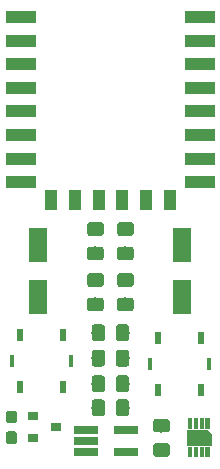
<source format=gbr>
G04 #@! TF.GenerationSoftware,KiCad,Pcbnew,(5.0.0)*
G04 #@! TF.CreationDate,2019-07-27T01:42:12+02:00*
G04 #@! TF.ProjectId,v3,76332E6B696361645F70636200000000,rev?*
G04 #@! TF.SameCoordinates,Original*
G04 #@! TF.FileFunction,Soldermask,Top*
G04 #@! TF.FilePolarity,Negative*
%FSLAX46Y46*%
G04 Gerber Fmt 4.6, Leading zero omitted, Abs format (unit mm)*
G04 Created by KiCad (PCBNEW (5.0.0)) date 07/27/19 01:42:12*
%MOMM*%
%LPD*%
G01*
G04 APERTURE LIST*
%ADD10C,0.001000*%
%ADD11C,0.100000*%
%ADD12R,1.600000X3.000000*%
%ADD13C,1.150000*%
%ADD14C,0.950000*%
%ADD15R,0.900000X0.800000*%
%ADD16R,0.600000X1.000000*%
%ADD17R,0.450000X1.000000*%
%ADD18R,2.500000X1.000000*%
%ADD19R,1.000000X1.800000*%
%ADD20R,2.000000X0.650000*%
%ADD21R,0.300000X0.800000*%
%ADD22R,1.000000X0.200000*%
G04 APERTURE END LIST*
D10*
G04 #@! TO.C,U4*
G36*
X155590000Y-86726000D02*
X155940000Y-87076000D01*
X155940000Y-88026000D01*
X153940000Y-88026000D01*
X153940000Y-86726000D01*
X155590000Y-86726000D01*
G37*
X155590000Y-86726000D02*
X155940000Y-87076000D01*
X155940000Y-88026000D01*
X153940000Y-88026000D01*
X153940000Y-86726000D01*
X155590000Y-86726000D01*
D11*
G36*
X155890000Y-85724660D02*
X155890000Y-86626000D01*
X155490448Y-86626000D01*
X155490448Y-85724660D01*
X155890000Y-85724660D01*
G37*
G36*
X155390000Y-85725330D02*
X155390000Y-86626000D01*
X154990020Y-86626000D01*
X154990020Y-85725330D01*
X155390000Y-85725330D01*
G37*
G36*
X154890000Y-85724100D02*
X154890000Y-86626000D01*
X154489481Y-86626000D01*
X154489481Y-85724100D01*
X154890000Y-85724100D01*
G37*
G36*
X154390000Y-85725490D02*
X154390000Y-86626000D01*
X153989705Y-86626000D01*
X153989705Y-85725490D01*
X154390000Y-85725490D01*
G37*
G36*
X155890000Y-88126198D02*
X155890000Y-89026000D01*
X155490145Y-89026000D01*
X155490145Y-88126198D01*
X155890000Y-88126198D01*
G37*
G36*
X155390000Y-88126849D02*
X155390000Y-89026000D01*
X154990057Y-89026000D01*
X154990057Y-88126849D01*
X155390000Y-88126849D01*
G37*
G36*
X154890000Y-88126746D02*
X154890000Y-89026000D01*
X154489552Y-89026000D01*
X154489552Y-88126746D01*
X154890000Y-88126746D01*
G37*
G36*
X154390000Y-88126826D02*
X154390000Y-89026000D01*
X153988954Y-89026000D01*
X153988954Y-88126826D01*
X154390000Y-88126826D01*
G37*
G04 #@! TD*
D12*
G04 #@! TO.C,C1*
X141351000Y-75479000D03*
X141351000Y-71079000D03*
G04 #@! TD*
G04 #@! TO.C,C4*
X153543000Y-75479000D03*
X153543000Y-71079000D03*
G04 #@! TD*
D11*
G04 #@! TO.C,C5*
G36*
X146771505Y-82105204D02*
X146795773Y-82108804D01*
X146819572Y-82114765D01*
X146842671Y-82123030D01*
X146864850Y-82133520D01*
X146885893Y-82146132D01*
X146905599Y-82160747D01*
X146923777Y-82177223D01*
X146940253Y-82195401D01*
X146954868Y-82215107D01*
X146967480Y-82236150D01*
X146977970Y-82258329D01*
X146986235Y-82281428D01*
X146992196Y-82305227D01*
X146995796Y-82329495D01*
X146997000Y-82353999D01*
X146997000Y-83254001D01*
X146995796Y-83278505D01*
X146992196Y-83302773D01*
X146986235Y-83326572D01*
X146977970Y-83349671D01*
X146967480Y-83371850D01*
X146954868Y-83392893D01*
X146940253Y-83412599D01*
X146923777Y-83430777D01*
X146905599Y-83447253D01*
X146885893Y-83461868D01*
X146864850Y-83474480D01*
X146842671Y-83484970D01*
X146819572Y-83493235D01*
X146795773Y-83499196D01*
X146771505Y-83502796D01*
X146747001Y-83504000D01*
X146096999Y-83504000D01*
X146072495Y-83502796D01*
X146048227Y-83499196D01*
X146024428Y-83493235D01*
X146001329Y-83484970D01*
X145979150Y-83474480D01*
X145958107Y-83461868D01*
X145938401Y-83447253D01*
X145920223Y-83430777D01*
X145903747Y-83412599D01*
X145889132Y-83392893D01*
X145876520Y-83371850D01*
X145866030Y-83349671D01*
X145857765Y-83326572D01*
X145851804Y-83302773D01*
X145848204Y-83278505D01*
X145847000Y-83254001D01*
X145847000Y-82353999D01*
X145848204Y-82329495D01*
X145851804Y-82305227D01*
X145857765Y-82281428D01*
X145866030Y-82258329D01*
X145876520Y-82236150D01*
X145889132Y-82215107D01*
X145903747Y-82195401D01*
X145920223Y-82177223D01*
X145938401Y-82160747D01*
X145958107Y-82146132D01*
X145979150Y-82133520D01*
X146001329Y-82123030D01*
X146024428Y-82114765D01*
X146048227Y-82108804D01*
X146072495Y-82105204D01*
X146096999Y-82104000D01*
X146747001Y-82104000D01*
X146771505Y-82105204D01*
X146771505Y-82105204D01*
G37*
D13*
X146422000Y-82804000D03*
D11*
G36*
X148821505Y-82105204D02*
X148845773Y-82108804D01*
X148869572Y-82114765D01*
X148892671Y-82123030D01*
X148914850Y-82133520D01*
X148935893Y-82146132D01*
X148955599Y-82160747D01*
X148973777Y-82177223D01*
X148990253Y-82195401D01*
X149004868Y-82215107D01*
X149017480Y-82236150D01*
X149027970Y-82258329D01*
X149036235Y-82281428D01*
X149042196Y-82305227D01*
X149045796Y-82329495D01*
X149047000Y-82353999D01*
X149047000Y-83254001D01*
X149045796Y-83278505D01*
X149042196Y-83302773D01*
X149036235Y-83326572D01*
X149027970Y-83349671D01*
X149017480Y-83371850D01*
X149004868Y-83392893D01*
X148990253Y-83412599D01*
X148973777Y-83430777D01*
X148955599Y-83447253D01*
X148935893Y-83461868D01*
X148914850Y-83474480D01*
X148892671Y-83484970D01*
X148869572Y-83493235D01*
X148845773Y-83499196D01*
X148821505Y-83502796D01*
X148797001Y-83504000D01*
X148146999Y-83504000D01*
X148122495Y-83502796D01*
X148098227Y-83499196D01*
X148074428Y-83493235D01*
X148051329Y-83484970D01*
X148029150Y-83474480D01*
X148008107Y-83461868D01*
X147988401Y-83447253D01*
X147970223Y-83430777D01*
X147953747Y-83412599D01*
X147939132Y-83392893D01*
X147926520Y-83371850D01*
X147916030Y-83349671D01*
X147907765Y-83326572D01*
X147901804Y-83302773D01*
X147898204Y-83278505D01*
X147897000Y-83254001D01*
X147897000Y-82353999D01*
X147898204Y-82329495D01*
X147901804Y-82305227D01*
X147907765Y-82281428D01*
X147916030Y-82258329D01*
X147926520Y-82236150D01*
X147939132Y-82215107D01*
X147953747Y-82195401D01*
X147970223Y-82177223D01*
X147988401Y-82160747D01*
X148008107Y-82146132D01*
X148029150Y-82133520D01*
X148051329Y-82123030D01*
X148074428Y-82114765D01*
X148098227Y-82108804D01*
X148122495Y-82105204D01*
X148146999Y-82104000D01*
X148797001Y-82104000D01*
X148821505Y-82105204D01*
X148821505Y-82105204D01*
G37*
D13*
X148472000Y-82804000D03*
G04 #@! TD*
D11*
G04 #@! TO.C,F1*
G36*
X139325779Y-85088144D02*
X139348834Y-85091563D01*
X139371443Y-85097227D01*
X139393387Y-85105079D01*
X139414457Y-85115044D01*
X139434448Y-85127026D01*
X139453168Y-85140910D01*
X139470438Y-85156562D01*
X139486090Y-85173832D01*
X139499974Y-85192552D01*
X139511956Y-85212543D01*
X139521921Y-85233613D01*
X139529773Y-85255557D01*
X139535437Y-85278166D01*
X139538856Y-85301221D01*
X139540000Y-85324500D01*
X139540000Y-85899500D01*
X139538856Y-85922779D01*
X139535437Y-85945834D01*
X139529773Y-85968443D01*
X139521921Y-85990387D01*
X139511956Y-86011457D01*
X139499974Y-86031448D01*
X139486090Y-86050168D01*
X139470438Y-86067438D01*
X139453168Y-86083090D01*
X139434448Y-86096974D01*
X139414457Y-86108956D01*
X139393387Y-86118921D01*
X139371443Y-86126773D01*
X139348834Y-86132437D01*
X139325779Y-86135856D01*
X139302500Y-86137000D01*
X138827500Y-86137000D01*
X138804221Y-86135856D01*
X138781166Y-86132437D01*
X138758557Y-86126773D01*
X138736613Y-86118921D01*
X138715543Y-86108956D01*
X138695552Y-86096974D01*
X138676832Y-86083090D01*
X138659562Y-86067438D01*
X138643910Y-86050168D01*
X138630026Y-86031448D01*
X138618044Y-86011457D01*
X138608079Y-85990387D01*
X138600227Y-85968443D01*
X138594563Y-85945834D01*
X138591144Y-85922779D01*
X138590000Y-85899500D01*
X138590000Y-85324500D01*
X138591144Y-85301221D01*
X138594563Y-85278166D01*
X138600227Y-85255557D01*
X138608079Y-85233613D01*
X138618044Y-85212543D01*
X138630026Y-85192552D01*
X138643910Y-85173832D01*
X138659562Y-85156562D01*
X138676832Y-85140910D01*
X138695552Y-85127026D01*
X138715543Y-85115044D01*
X138736613Y-85105079D01*
X138758557Y-85097227D01*
X138781166Y-85091563D01*
X138804221Y-85088144D01*
X138827500Y-85087000D01*
X139302500Y-85087000D01*
X139325779Y-85088144D01*
X139325779Y-85088144D01*
G37*
D14*
X139065000Y-85612000D03*
D11*
G36*
X139325779Y-86838144D02*
X139348834Y-86841563D01*
X139371443Y-86847227D01*
X139393387Y-86855079D01*
X139414457Y-86865044D01*
X139434448Y-86877026D01*
X139453168Y-86890910D01*
X139470438Y-86906562D01*
X139486090Y-86923832D01*
X139499974Y-86942552D01*
X139511956Y-86962543D01*
X139521921Y-86983613D01*
X139529773Y-87005557D01*
X139535437Y-87028166D01*
X139538856Y-87051221D01*
X139540000Y-87074500D01*
X139540000Y-87649500D01*
X139538856Y-87672779D01*
X139535437Y-87695834D01*
X139529773Y-87718443D01*
X139521921Y-87740387D01*
X139511956Y-87761457D01*
X139499974Y-87781448D01*
X139486090Y-87800168D01*
X139470438Y-87817438D01*
X139453168Y-87833090D01*
X139434448Y-87846974D01*
X139414457Y-87858956D01*
X139393387Y-87868921D01*
X139371443Y-87876773D01*
X139348834Y-87882437D01*
X139325779Y-87885856D01*
X139302500Y-87887000D01*
X138827500Y-87887000D01*
X138804221Y-87885856D01*
X138781166Y-87882437D01*
X138758557Y-87876773D01*
X138736613Y-87868921D01*
X138715543Y-87858956D01*
X138695552Y-87846974D01*
X138676832Y-87833090D01*
X138659562Y-87817438D01*
X138643910Y-87800168D01*
X138630026Y-87781448D01*
X138618044Y-87761457D01*
X138608079Y-87740387D01*
X138600227Y-87718443D01*
X138594563Y-87695834D01*
X138591144Y-87672779D01*
X138590000Y-87649500D01*
X138590000Y-87074500D01*
X138591144Y-87051221D01*
X138594563Y-87028166D01*
X138600227Y-87005557D01*
X138608079Y-86983613D01*
X138618044Y-86962543D01*
X138630026Y-86942552D01*
X138643910Y-86923832D01*
X138659562Y-86906562D01*
X138676832Y-86890910D01*
X138695552Y-86877026D01*
X138715543Y-86865044D01*
X138736613Y-86855079D01*
X138758557Y-86847227D01*
X138781166Y-86841563D01*
X138804221Y-86838144D01*
X138827500Y-86837000D01*
X139302500Y-86837000D01*
X139325779Y-86838144D01*
X139325779Y-86838144D01*
G37*
D14*
X139065000Y-87362000D03*
G04 #@! TD*
D15*
G04 #@! TO.C,IC1*
X140859000Y-85537000D03*
X140859000Y-87437000D03*
X142859000Y-86487000D03*
G04 #@! TD*
D11*
G04 #@! TO.C,L1*
G36*
X152239505Y-85777204D02*
X152263773Y-85780804D01*
X152287572Y-85786765D01*
X152310671Y-85795030D01*
X152332850Y-85805520D01*
X152353893Y-85818132D01*
X152373599Y-85832747D01*
X152391777Y-85849223D01*
X152408253Y-85867401D01*
X152422868Y-85887107D01*
X152435480Y-85908150D01*
X152445970Y-85930329D01*
X152454235Y-85953428D01*
X152460196Y-85977227D01*
X152463796Y-86001495D01*
X152465000Y-86025999D01*
X152465000Y-86676001D01*
X152463796Y-86700505D01*
X152460196Y-86724773D01*
X152454235Y-86748572D01*
X152445970Y-86771671D01*
X152435480Y-86793850D01*
X152422868Y-86814893D01*
X152408253Y-86834599D01*
X152391777Y-86852777D01*
X152373599Y-86869253D01*
X152353893Y-86883868D01*
X152332850Y-86896480D01*
X152310671Y-86906970D01*
X152287572Y-86915235D01*
X152263773Y-86921196D01*
X152239505Y-86924796D01*
X152215001Y-86926000D01*
X151314999Y-86926000D01*
X151290495Y-86924796D01*
X151266227Y-86921196D01*
X151242428Y-86915235D01*
X151219329Y-86906970D01*
X151197150Y-86896480D01*
X151176107Y-86883868D01*
X151156401Y-86869253D01*
X151138223Y-86852777D01*
X151121747Y-86834599D01*
X151107132Y-86814893D01*
X151094520Y-86793850D01*
X151084030Y-86771671D01*
X151075765Y-86748572D01*
X151069804Y-86724773D01*
X151066204Y-86700505D01*
X151065000Y-86676001D01*
X151065000Y-86025999D01*
X151066204Y-86001495D01*
X151069804Y-85977227D01*
X151075765Y-85953428D01*
X151084030Y-85930329D01*
X151094520Y-85908150D01*
X151107132Y-85887107D01*
X151121747Y-85867401D01*
X151138223Y-85849223D01*
X151156401Y-85832747D01*
X151176107Y-85818132D01*
X151197150Y-85805520D01*
X151219329Y-85795030D01*
X151242428Y-85786765D01*
X151266227Y-85780804D01*
X151290495Y-85777204D01*
X151314999Y-85776000D01*
X152215001Y-85776000D01*
X152239505Y-85777204D01*
X152239505Y-85777204D01*
G37*
D13*
X151765000Y-86351000D03*
D11*
G36*
X152239505Y-87827204D02*
X152263773Y-87830804D01*
X152287572Y-87836765D01*
X152310671Y-87845030D01*
X152332850Y-87855520D01*
X152353893Y-87868132D01*
X152373599Y-87882747D01*
X152391777Y-87899223D01*
X152408253Y-87917401D01*
X152422868Y-87937107D01*
X152435480Y-87958150D01*
X152445970Y-87980329D01*
X152454235Y-88003428D01*
X152460196Y-88027227D01*
X152463796Y-88051495D01*
X152465000Y-88075999D01*
X152465000Y-88726001D01*
X152463796Y-88750505D01*
X152460196Y-88774773D01*
X152454235Y-88798572D01*
X152445970Y-88821671D01*
X152435480Y-88843850D01*
X152422868Y-88864893D01*
X152408253Y-88884599D01*
X152391777Y-88902777D01*
X152373599Y-88919253D01*
X152353893Y-88933868D01*
X152332850Y-88946480D01*
X152310671Y-88956970D01*
X152287572Y-88965235D01*
X152263773Y-88971196D01*
X152239505Y-88974796D01*
X152215001Y-88976000D01*
X151314999Y-88976000D01*
X151290495Y-88974796D01*
X151266227Y-88971196D01*
X151242428Y-88965235D01*
X151219329Y-88956970D01*
X151197150Y-88946480D01*
X151176107Y-88933868D01*
X151156401Y-88919253D01*
X151138223Y-88902777D01*
X151121747Y-88884599D01*
X151107132Y-88864893D01*
X151094520Y-88843850D01*
X151084030Y-88821671D01*
X151075765Y-88798572D01*
X151069804Y-88774773D01*
X151066204Y-88750505D01*
X151065000Y-88726001D01*
X151065000Y-88075999D01*
X151066204Y-88051495D01*
X151069804Y-88027227D01*
X151075765Y-88003428D01*
X151084030Y-87980329D01*
X151094520Y-87958150D01*
X151107132Y-87937107D01*
X151121747Y-87917401D01*
X151138223Y-87899223D01*
X151156401Y-87882747D01*
X151176107Y-87868132D01*
X151197150Y-87855520D01*
X151219329Y-87845030D01*
X151242428Y-87836765D01*
X151266227Y-87830804D01*
X151290495Y-87827204D01*
X151314999Y-87826000D01*
X152215001Y-87826000D01*
X152239505Y-87827204D01*
X152239505Y-87827204D01*
G37*
D13*
X151765000Y-88401000D03*
G04 #@! TD*
D11*
G04 #@! TO.C,R1*
G36*
X146651505Y-69140204D02*
X146675773Y-69143804D01*
X146699572Y-69149765D01*
X146722671Y-69158030D01*
X146744850Y-69168520D01*
X146765893Y-69181132D01*
X146785599Y-69195747D01*
X146803777Y-69212223D01*
X146820253Y-69230401D01*
X146834868Y-69250107D01*
X146847480Y-69271150D01*
X146857970Y-69293329D01*
X146866235Y-69316428D01*
X146872196Y-69340227D01*
X146875796Y-69364495D01*
X146877000Y-69388999D01*
X146877000Y-70039001D01*
X146875796Y-70063505D01*
X146872196Y-70087773D01*
X146866235Y-70111572D01*
X146857970Y-70134671D01*
X146847480Y-70156850D01*
X146834868Y-70177893D01*
X146820253Y-70197599D01*
X146803777Y-70215777D01*
X146785599Y-70232253D01*
X146765893Y-70246868D01*
X146744850Y-70259480D01*
X146722671Y-70269970D01*
X146699572Y-70278235D01*
X146675773Y-70284196D01*
X146651505Y-70287796D01*
X146627001Y-70289000D01*
X145726999Y-70289000D01*
X145702495Y-70287796D01*
X145678227Y-70284196D01*
X145654428Y-70278235D01*
X145631329Y-70269970D01*
X145609150Y-70259480D01*
X145588107Y-70246868D01*
X145568401Y-70232253D01*
X145550223Y-70215777D01*
X145533747Y-70197599D01*
X145519132Y-70177893D01*
X145506520Y-70156850D01*
X145496030Y-70134671D01*
X145487765Y-70111572D01*
X145481804Y-70087773D01*
X145478204Y-70063505D01*
X145477000Y-70039001D01*
X145477000Y-69388999D01*
X145478204Y-69364495D01*
X145481804Y-69340227D01*
X145487765Y-69316428D01*
X145496030Y-69293329D01*
X145506520Y-69271150D01*
X145519132Y-69250107D01*
X145533747Y-69230401D01*
X145550223Y-69212223D01*
X145568401Y-69195747D01*
X145588107Y-69181132D01*
X145609150Y-69168520D01*
X145631329Y-69158030D01*
X145654428Y-69149765D01*
X145678227Y-69143804D01*
X145702495Y-69140204D01*
X145726999Y-69139000D01*
X146627001Y-69139000D01*
X146651505Y-69140204D01*
X146651505Y-69140204D01*
G37*
D13*
X146177000Y-69714000D03*
D11*
G36*
X146651505Y-71190204D02*
X146675773Y-71193804D01*
X146699572Y-71199765D01*
X146722671Y-71208030D01*
X146744850Y-71218520D01*
X146765893Y-71231132D01*
X146785599Y-71245747D01*
X146803777Y-71262223D01*
X146820253Y-71280401D01*
X146834868Y-71300107D01*
X146847480Y-71321150D01*
X146857970Y-71343329D01*
X146866235Y-71366428D01*
X146872196Y-71390227D01*
X146875796Y-71414495D01*
X146877000Y-71438999D01*
X146877000Y-72089001D01*
X146875796Y-72113505D01*
X146872196Y-72137773D01*
X146866235Y-72161572D01*
X146857970Y-72184671D01*
X146847480Y-72206850D01*
X146834868Y-72227893D01*
X146820253Y-72247599D01*
X146803777Y-72265777D01*
X146785599Y-72282253D01*
X146765893Y-72296868D01*
X146744850Y-72309480D01*
X146722671Y-72319970D01*
X146699572Y-72328235D01*
X146675773Y-72334196D01*
X146651505Y-72337796D01*
X146627001Y-72339000D01*
X145726999Y-72339000D01*
X145702495Y-72337796D01*
X145678227Y-72334196D01*
X145654428Y-72328235D01*
X145631329Y-72319970D01*
X145609150Y-72309480D01*
X145588107Y-72296868D01*
X145568401Y-72282253D01*
X145550223Y-72265777D01*
X145533747Y-72247599D01*
X145519132Y-72227893D01*
X145506520Y-72206850D01*
X145496030Y-72184671D01*
X145487765Y-72161572D01*
X145481804Y-72137773D01*
X145478204Y-72113505D01*
X145477000Y-72089001D01*
X145477000Y-71438999D01*
X145478204Y-71414495D01*
X145481804Y-71390227D01*
X145487765Y-71366428D01*
X145496030Y-71343329D01*
X145506520Y-71321150D01*
X145519132Y-71300107D01*
X145533747Y-71280401D01*
X145550223Y-71262223D01*
X145568401Y-71245747D01*
X145588107Y-71231132D01*
X145609150Y-71218520D01*
X145631329Y-71208030D01*
X145654428Y-71199765D01*
X145678227Y-71193804D01*
X145702495Y-71190204D01*
X145726999Y-71189000D01*
X146627001Y-71189000D01*
X146651505Y-71190204D01*
X146651505Y-71190204D01*
G37*
D13*
X146177000Y-71764000D03*
G04 #@! TD*
D11*
G04 #@! TO.C,R2*
G36*
X146771505Y-84137204D02*
X146795773Y-84140804D01*
X146819572Y-84146765D01*
X146842671Y-84155030D01*
X146864850Y-84165520D01*
X146885893Y-84178132D01*
X146905599Y-84192747D01*
X146923777Y-84209223D01*
X146940253Y-84227401D01*
X146954868Y-84247107D01*
X146967480Y-84268150D01*
X146977970Y-84290329D01*
X146986235Y-84313428D01*
X146992196Y-84337227D01*
X146995796Y-84361495D01*
X146997000Y-84385999D01*
X146997000Y-85286001D01*
X146995796Y-85310505D01*
X146992196Y-85334773D01*
X146986235Y-85358572D01*
X146977970Y-85381671D01*
X146967480Y-85403850D01*
X146954868Y-85424893D01*
X146940253Y-85444599D01*
X146923777Y-85462777D01*
X146905599Y-85479253D01*
X146885893Y-85493868D01*
X146864850Y-85506480D01*
X146842671Y-85516970D01*
X146819572Y-85525235D01*
X146795773Y-85531196D01*
X146771505Y-85534796D01*
X146747001Y-85536000D01*
X146096999Y-85536000D01*
X146072495Y-85534796D01*
X146048227Y-85531196D01*
X146024428Y-85525235D01*
X146001329Y-85516970D01*
X145979150Y-85506480D01*
X145958107Y-85493868D01*
X145938401Y-85479253D01*
X145920223Y-85462777D01*
X145903747Y-85444599D01*
X145889132Y-85424893D01*
X145876520Y-85403850D01*
X145866030Y-85381671D01*
X145857765Y-85358572D01*
X145851804Y-85334773D01*
X145848204Y-85310505D01*
X145847000Y-85286001D01*
X145847000Y-84385999D01*
X145848204Y-84361495D01*
X145851804Y-84337227D01*
X145857765Y-84313428D01*
X145866030Y-84290329D01*
X145876520Y-84268150D01*
X145889132Y-84247107D01*
X145903747Y-84227401D01*
X145920223Y-84209223D01*
X145938401Y-84192747D01*
X145958107Y-84178132D01*
X145979150Y-84165520D01*
X146001329Y-84155030D01*
X146024428Y-84146765D01*
X146048227Y-84140804D01*
X146072495Y-84137204D01*
X146096999Y-84136000D01*
X146747001Y-84136000D01*
X146771505Y-84137204D01*
X146771505Y-84137204D01*
G37*
D13*
X146422000Y-84836000D03*
D11*
G36*
X148821505Y-84137204D02*
X148845773Y-84140804D01*
X148869572Y-84146765D01*
X148892671Y-84155030D01*
X148914850Y-84165520D01*
X148935893Y-84178132D01*
X148955599Y-84192747D01*
X148973777Y-84209223D01*
X148990253Y-84227401D01*
X149004868Y-84247107D01*
X149017480Y-84268150D01*
X149027970Y-84290329D01*
X149036235Y-84313428D01*
X149042196Y-84337227D01*
X149045796Y-84361495D01*
X149047000Y-84385999D01*
X149047000Y-85286001D01*
X149045796Y-85310505D01*
X149042196Y-85334773D01*
X149036235Y-85358572D01*
X149027970Y-85381671D01*
X149017480Y-85403850D01*
X149004868Y-85424893D01*
X148990253Y-85444599D01*
X148973777Y-85462777D01*
X148955599Y-85479253D01*
X148935893Y-85493868D01*
X148914850Y-85506480D01*
X148892671Y-85516970D01*
X148869572Y-85525235D01*
X148845773Y-85531196D01*
X148821505Y-85534796D01*
X148797001Y-85536000D01*
X148146999Y-85536000D01*
X148122495Y-85534796D01*
X148098227Y-85531196D01*
X148074428Y-85525235D01*
X148051329Y-85516970D01*
X148029150Y-85506480D01*
X148008107Y-85493868D01*
X147988401Y-85479253D01*
X147970223Y-85462777D01*
X147953747Y-85444599D01*
X147939132Y-85424893D01*
X147926520Y-85403850D01*
X147916030Y-85381671D01*
X147907765Y-85358572D01*
X147901804Y-85334773D01*
X147898204Y-85310505D01*
X147897000Y-85286001D01*
X147897000Y-84385999D01*
X147898204Y-84361495D01*
X147901804Y-84337227D01*
X147907765Y-84313428D01*
X147916030Y-84290329D01*
X147926520Y-84268150D01*
X147939132Y-84247107D01*
X147953747Y-84227401D01*
X147970223Y-84209223D01*
X147988401Y-84192747D01*
X148008107Y-84178132D01*
X148029150Y-84165520D01*
X148051329Y-84155030D01*
X148074428Y-84146765D01*
X148098227Y-84140804D01*
X148122495Y-84137204D01*
X148146999Y-84136000D01*
X148797001Y-84136000D01*
X148821505Y-84137204D01*
X148821505Y-84137204D01*
G37*
D13*
X148472000Y-84836000D03*
G04 #@! TD*
D11*
G04 #@! TO.C,R5*
G36*
X146651505Y-73458204D02*
X146675773Y-73461804D01*
X146699572Y-73467765D01*
X146722671Y-73476030D01*
X146744850Y-73486520D01*
X146765893Y-73499132D01*
X146785599Y-73513747D01*
X146803777Y-73530223D01*
X146820253Y-73548401D01*
X146834868Y-73568107D01*
X146847480Y-73589150D01*
X146857970Y-73611329D01*
X146866235Y-73634428D01*
X146872196Y-73658227D01*
X146875796Y-73682495D01*
X146877000Y-73706999D01*
X146877000Y-74357001D01*
X146875796Y-74381505D01*
X146872196Y-74405773D01*
X146866235Y-74429572D01*
X146857970Y-74452671D01*
X146847480Y-74474850D01*
X146834868Y-74495893D01*
X146820253Y-74515599D01*
X146803777Y-74533777D01*
X146785599Y-74550253D01*
X146765893Y-74564868D01*
X146744850Y-74577480D01*
X146722671Y-74587970D01*
X146699572Y-74596235D01*
X146675773Y-74602196D01*
X146651505Y-74605796D01*
X146627001Y-74607000D01*
X145726999Y-74607000D01*
X145702495Y-74605796D01*
X145678227Y-74602196D01*
X145654428Y-74596235D01*
X145631329Y-74587970D01*
X145609150Y-74577480D01*
X145588107Y-74564868D01*
X145568401Y-74550253D01*
X145550223Y-74533777D01*
X145533747Y-74515599D01*
X145519132Y-74495893D01*
X145506520Y-74474850D01*
X145496030Y-74452671D01*
X145487765Y-74429572D01*
X145481804Y-74405773D01*
X145478204Y-74381505D01*
X145477000Y-74357001D01*
X145477000Y-73706999D01*
X145478204Y-73682495D01*
X145481804Y-73658227D01*
X145487765Y-73634428D01*
X145496030Y-73611329D01*
X145506520Y-73589150D01*
X145519132Y-73568107D01*
X145533747Y-73548401D01*
X145550223Y-73530223D01*
X145568401Y-73513747D01*
X145588107Y-73499132D01*
X145609150Y-73486520D01*
X145631329Y-73476030D01*
X145654428Y-73467765D01*
X145678227Y-73461804D01*
X145702495Y-73458204D01*
X145726999Y-73457000D01*
X146627001Y-73457000D01*
X146651505Y-73458204D01*
X146651505Y-73458204D01*
G37*
D13*
X146177000Y-74032000D03*
D11*
G36*
X146651505Y-75508204D02*
X146675773Y-75511804D01*
X146699572Y-75517765D01*
X146722671Y-75526030D01*
X146744850Y-75536520D01*
X146765893Y-75549132D01*
X146785599Y-75563747D01*
X146803777Y-75580223D01*
X146820253Y-75598401D01*
X146834868Y-75618107D01*
X146847480Y-75639150D01*
X146857970Y-75661329D01*
X146866235Y-75684428D01*
X146872196Y-75708227D01*
X146875796Y-75732495D01*
X146877000Y-75756999D01*
X146877000Y-76407001D01*
X146875796Y-76431505D01*
X146872196Y-76455773D01*
X146866235Y-76479572D01*
X146857970Y-76502671D01*
X146847480Y-76524850D01*
X146834868Y-76545893D01*
X146820253Y-76565599D01*
X146803777Y-76583777D01*
X146785599Y-76600253D01*
X146765893Y-76614868D01*
X146744850Y-76627480D01*
X146722671Y-76637970D01*
X146699572Y-76646235D01*
X146675773Y-76652196D01*
X146651505Y-76655796D01*
X146627001Y-76657000D01*
X145726999Y-76657000D01*
X145702495Y-76655796D01*
X145678227Y-76652196D01*
X145654428Y-76646235D01*
X145631329Y-76637970D01*
X145609150Y-76627480D01*
X145588107Y-76614868D01*
X145568401Y-76600253D01*
X145550223Y-76583777D01*
X145533747Y-76565599D01*
X145519132Y-76545893D01*
X145506520Y-76524850D01*
X145496030Y-76502671D01*
X145487765Y-76479572D01*
X145481804Y-76455773D01*
X145478204Y-76431505D01*
X145477000Y-76407001D01*
X145477000Y-75756999D01*
X145478204Y-75732495D01*
X145481804Y-75708227D01*
X145487765Y-75684428D01*
X145496030Y-75661329D01*
X145506520Y-75639150D01*
X145519132Y-75618107D01*
X145533747Y-75598401D01*
X145550223Y-75580223D01*
X145568401Y-75563747D01*
X145588107Y-75549132D01*
X145609150Y-75536520D01*
X145631329Y-75526030D01*
X145654428Y-75517765D01*
X145678227Y-75511804D01*
X145702495Y-75508204D01*
X145726999Y-75507000D01*
X146627001Y-75507000D01*
X146651505Y-75508204D01*
X146651505Y-75508204D01*
G37*
D13*
X146177000Y-76082000D03*
G04 #@! TD*
D11*
G04 #@! TO.C,R6*
G36*
X149191505Y-73458204D02*
X149215773Y-73461804D01*
X149239572Y-73467765D01*
X149262671Y-73476030D01*
X149284850Y-73486520D01*
X149305893Y-73499132D01*
X149325599Y-73513747D01*
X149343777Y-73530223D01*
X149360253Y-73548401D01*
X149374868Y-73568107D01*
X149387480Y-73589150D01*
X149397970Y-73611329D01*
X149406235Y-73634428D01*
X149412196Y-73658227D01*
X149415796Y-73682495D01*
X149417000Y-73706999D01*
X149417000Y-74357001D01*
X149415796Y-74381505D01*
X149412196Y-74405773D01*
X149406235Y-74429572D01*
X149397970Y-74452671D01*
X149387480Y-74474850D01*
X149374868Y-74495893D01*
X149360253Y-74515599D01*
X149343777Y-74533777D01*
X149325599Y-74550253D01*
X149305893Y-74564868D01*
X149284850Y-74577480D01*
X149262671Y-74587970D01*
X149239572Y-74596235D01*
X149215773Y-74602196D01*
X149191505Y-74605796D01*
X149167001Y-74607000D01*
X148266999Y-74607000D01*
X148242495Y-74605796D01*
X148218227Y-74602196D01*
X148194428Y-74596235D01*
X148171329Y-74587970D01*
X148149150Y-74577480D01*
X148128107Y-74564868D01*
X148108401Y-74550253D01*
X148090223Y-74533777D01*
X148073747Y-74515599D01*
X148059132Y-74495893D01*
X148046520Y-74474850D01*
X148036030Y-74452671D01*
X148027765Y-74429572D01*
X148021804Y-74405773D01*
X148018204Y-74381505D01*
X148017000Y-74357001D01*
X148017000Y-73706999D01*
X148018204Y-73682495D01*
X148021804Y-73658227D01*
X148027765Y-73634428D01*
X148036030Y-73611329D01*
X148046520Y-73589150D01*
X148059132Y-73568107D01*
X148073747Y-73548401D01*
X148090223Y-73530223D01*
X148108401Y-73513747D01*
X148128107Y-73499132D01*
X148149150Y-73486520D01*
X148171329Y-73476030D01*
X148194428Y-73467765D01*
X148218227Y-73461804D01*
X148242495Y-73458204D01*
X148266999Y-73457000D01*
X149167001Y-73457000D01*
X149191505Y-73458204D01*
X149191505Y-73458204D01*
G37*
D13*
X148717000Y-74032000D03*
D11*
G36*
X149191505Y-75508204D02*
X149215773Y-75511804D01*
X149239572Y-75517765D01*
X149262671Y-75526030D01*
X149284850Y-75536520D01*
X149305893Y-75549132D01*
X149325599Y-75563747D01*
X149343777Y-75580223D01*
X149360253Y-75598401D01*
X149374868Y-75618107D01*
X149387480Y-75639150D01*
X149397970Y-75661329D01*
X149406235Y-75684428D01*
X149412196Y-75708227D01*
X149415796Y-75732495D01*
X149417000Y-75756999D01*
X149417000Y-76407001D01*
X149415796Y-76431505D01*
X149412196Y-76455773D01*
X149406235Y-76479572D01*
X149397970Y-76502671D01*
X149387480Y-76524850D01*
X149374868Y-76545893D01*
X149360253Y-76565599D01*
X149343777Y-76583777D01*
X149325599Y-76600253D01*
X149305893Y-76614868D01*
X149284850Y-76627480D01*
X149262671Y-76637970D01*
X149239572Y-76646235D01*
X149215773Y-76652196D01*
X149191505Y-76655796D01*
X149167001Y-76657000D01*
X148266999Y-76657000D01*
X148242495Y-76655796D01*
X148218227Y-76652196D01*
X148194428Y-76646235D01*
X148171329Y-76637970D01*
X148149150Y-76627480D01*
X148128107Y-76614868D01*
X148108401Y-76600253D01*
X148090223Y-76583777D01*
X148073747Y-76565599D01*
X148059132Y-76545893D01*
X148046520Y-76524850D01*
X148036030Y-76502671D01*
X148027765Y-76479572D01*
X148021804Y-76455773D01*
X148018204Y-76431505D01*
X148017000Y-76407001D01*
X148017000Y-75756999D01*
X148018204Y-75732495D01*
X148021804Y-75708227D01*
X148027765Y-75684428D01*
X148036030Y-75661329D01*
X148046520Y-75639150D01*
X148059132Y-75618107D01*
X148073747Y-75598401D01*
X148090223Y-75580223D01*
X148108401Y-75563747D01*
X148128107Y-75549132D01*
X148149150Y-75536520D01*
X148171329Y-75526030D01*
X148194428Y-75517765D01*
X148218227Y-75511804D01*
X148242495Y-75508204D01*
X148266999Y-75507000D01*
X149167001Y-75507000D01*
X149191505Y-75508204D01*
X149191505Y-75508204D01*
G37*
D13*
X148717000Y-76082000D03*
G04 #@! TD*
D11*
G04 #@! TO.C,R7*
G36*
X149191505Y-69140204D02*
X149215773Y-69143804D01*
X149239572Y-69149765D01*
X149262671Y-69158030D01*
X149284850Y-69168520D01*
X149305893Y-69181132D01*
X149325599Y-69195747D01*
X149343777Y-69212223D01*
X149360253Y-69230401D01*
X149374868Y-69250107D01*
X149387480Y-69271150D01*
X149397970Y-69293329D01*
X149406235Y-69316428D01*
X149412196Y-69340227D01*
X149415796Y-69364495D01*
X149417000Y-69388999D01*
X149417000Y-70039001D01*
X149415796Y-70063505D01*
X149412196Y-70087773D01*
X149406235Y-70111572D01*
X149397970Y-70134671D01*
X149387480Y-70156850D01*
X149374868Y-70177893D01*
X149360253Y-70197599D01*
X149343777Y-70215777D01*
X149325599Y-70232253D01*
X149305893Y-70246868D01*
X149284850Y-70259480D01*
X149262671Y-70269970D01*
X149239572Y-70278235D01*
X149215773Y-70284196D01*
X149191505Y-70287796D01*
X149167001Y-70289000D01*
X148266999Y-70289000D01*
X148242495Y-70287796D01*
X148218227Y-70284196D01*
X148194428Y-70278235D01*
X148171329Y-70269970D01*
X148149150Y-70259480D01*
X148128107Y-70246868D01*
X148108401Y-70232253D01*
X148090223Y-70215777D01*
X148073747Y-70197599D01*
X148059132Y-70177893D01*
X148046520Y-70156850D01*
X148036030Y-70134671D01*
X148027765Y-70111572D01*
X148021804Y-70087773D01*
X148018204Y-70063505D01*
X148017000Y-70039001D01*
X148017000Y-69388999D01*
X148018204Y-69364495D01*
X148021804Y-69340227D01*
X148027765Y-69316428D01*
X148036030Y-69293329D01*
X148046520Y-69271150D01*
X148059132Y-69250107D01*
X148073747Y-69230401D01*
X148090223Y-69212223D01*
X148108401Y-69195747D01*
X148128107Y-69181132D01*
X148149150Y-69168520D01*
X148171329Y-69158030D01*
X148194428Y-69149765D01*
X148218227Y-69143804D01*
X148242495Y-69140204D01*
X148266999Y-69139000D01*
X149167001Y-69139000D01*
X149191505Y-69140204D01*
X149191505Y-69140204D01*
G37*
D13*
X148717000Y-69714000D03*
D11*
G36*
X149191505Y-71190204D02*
X149215773Y-71193804D01*
X149239572Y-71199765D01*
X149262671Y-71208030D01*
X149284850Y-71218520D01*
X149305893Y-71231132D01*
X149325599Y-71245747D01*
X149343777Y-71262223D01*
X149360253Y-71280401D01*
X149374868Y-71300107D01*
X149387480Y-71321150D01*
X149397970Y-71343329D01*
X149406235Y-71366428D01*
X149412196Y-71390227D01*
X149415796Y-71414495D01*
X149417000Y-71438999D01*
X149417000Y-72089001D01*
X149415796Y-72113505D01*
X149412196Y-72137773D01*
X149406235Y-72161572D01*
X149397970Y-72184671D01*
X149387480Y-72206850D01*
X149374868Y-72227893D01*
X149360253Y-72247599D01*
X149343777Y-72265777D01*
X149325599Y-72282253D01*
X149305893Y-72296868D01*
X149284850Y-72309480D01*
X149262671Y-72319970D01*
X149239572Y-72328235D01*
X149215773Y-72334196D01*
X149191505Y-72337796D01*
X149167001Y-72339000D01*
X148266999Y-72339000D01*
X148242495Y-72337796D01*
X148218227Y-72334196D01*
X148194428Y-72328235D01*
X148171329Y-72319970D01*
X148149150Y-72309480D01*
X148128107Y-72296868D01*
X148108401Y-72282253D01*
X148090223Y-72265777D01*
X148073747Y-72247599D01*
X148059132Y-72227893D01*
X148046520Y-72206850D01*
X148036030Y-72184671D01*
X148027765Y-72161572D01*
X148021804Y-72137773D01*
X148018204Y-72113505D01*
X148017000Y-72089001D01*
X148017000Y-71438999D01*
X148018204Y-71414495D01*
X148021804Y-71390227D01*
X148027765Y-71366428D01*
X148036030Y-71343329D01*
X148046520Y-71321150D01*
X148059132Y-71300107D01*
X148073747Y-71280401D01*
X148090223Y-71262223D01*
X148108401Y-71245747D01*
X148128107Y-71231132D01*
X148149150Y-71218520D01*
X148171329Y-71208030D01*
X148194428Y-71199765D01*
X148218227Y-71193804D01*
X148242495Y-71190204D01*
X148266999Y-71189000D01*
X149167001Y-71189000D01*
X149191505Y-71190204D01*
X149191505Y-71190204D01*
G37*
D13*
X148717000Y-71764000D03*
G04 #@! TD*
D11*
G04 #@! TO.C,R8*
G36*
X146771505Y-77787204D02*
X146795773Y-77790804D01*
X146819572Y-77796765D01*
X146842671Y-77805030D01*
X146864850Y-77815520D01*
X146885893Y-77828132D01*
X146905599Y-77842747D01*
X146923777Y-77859223D01*
X146940253Y-77877401D01*
X146954868Y-77897107D01*
X146967480Y-77918150D01*
X146977970Y-77940329D01*
X146986235Y-77963428D01*
X146992196Y-77987227D01*
X146995796Y-78011495D01*
X146997000Y-78035999D01*
X146997000Y-78936001D01*
X146995796Y-78960505D01*
X146992196Y-78984773D01*
X146986235Y-79008572D01*
X146977970Y-79031671D01*
X146967480Y-79053850D01*
X146954868Y-79074893D01*
X146940253Y-79094599D01*
X146923777Y-79112777D01*
X146905599Y-79129253D01*
X146885893Y-79143868D01*
X146864850Y-79156480D01*
X146842671Y-79166970D01*
X146819572Y-79175235D01*
X146795773Y-79181196D01*
X146771505Y-79184796D01*
X146747001Y-79186000D01*
X146096999Y-79186000D01*
X146072495Y-79184796D01*
X146048227Y-79181196D01*
X146024428Y-79175235D01*
X146001329Y-79166970D01*
X145979150Y-79156480D01*
X145958107Y-79143868D01*
X145938401Y-79129253D01*
X145920223Y-79112777D01*
X145903747Y-79094599D01*
X145889132Y-79074893D01*
X145876520Y-79053850D01*
X145866030Y-79031671D01*
X145857765Y-79008572D01*
X145851804Y-78984773D01*
X145848204Y-78960505D01*
X145847000Y-78936001D01*
X145847000Y-78035999D01*
X145848204Y-78011495D01*
X145851804Y-77987227D01*
X145857765Y-77963428D01*
X145866030Y-77940329D01*
X145876520Y-77918150D01*
X145889132Y-77897107D01*
X145903747Y-77877401D01*
X145920223Y-77859223D01*
X145938401Y-77842747D01*
X145958107Y-77828132D01*
X145979150Y-77815520D01*
X146001329Y-77805030D01*
X146024428Y-77796765D01*
X146048227Y-77790804D01*
X146072495Y-77787204D01*
X146096999Y-77786000D01*
X146747001Y-77786000D01*
X146771505Y-77787204D01*
X146771505Y-77787204D01*
G37*
D13*
X146422000Y-78486000D03*
D11*
G36*
X148821505Y-77787204D02*
X148845773Y-77790804D01*
X148869572Y-77796765D01*
X148892671Y-77805030D01*
X148914850Y-77815520D01*
X148935893Y-77828132D01*
X148955599Y-77842747D01*
X148973777Y-77859223D01*
X148990253Y-77877401D01*
X149004868Y-77897107D01*
X149017480Y-77918150D01*
X149027970Y-77940329D01*
X149036235Y-77963428D01*
X149042196Y-77987227D01*
X149045796Y-78011495D01*
X149047000Y-78035999D01*
X149047000Y-78936001D01*
X149045796Y-78960505D01*
X149042196Y-78984773D01*
X149036235Y-79008572D01*
X149027970Y-79031671D01*
X149017480Y-79053850D01*
X149004868Y-79074893D01*
X148990253Y-79094599D01*
X148973777Y-79112777D01*
X148955599Y-79129253D01*
X148935893Y-79143868D01*
X148914850Y-79156480D01*
X148892671Y-79166970D01*
X148869572Y-79175235D01*
X148845773Y-79181196D01*
X148821505Y-79184796D01*
X148797001Y-79186000D01*
X148146999Y-79186000D01*
X148122495Y-79184796D01*
X148098227Y-79181196D01*
X148074428Y-79175235D01*
X148051329Y-79166970D01*
X148029150Y-79156480D01*
X148008107Y-79143868D01*
X147988401Y-79129253D01*
X147970223Y-79112777D01*
X147953747Y-79094599D01*
X147939132Y-79074893D01*
X147926520Y-79053850D01*
X147916030Y-79031671D01*
X147907765Y-79008572D01*
X147901804Y-78984773D01*
X147898204Y-78960505D01*
X147897000Y-78936001D01*
X147897000Y-78035999D01*
X147898204Y-78011495D01*
X147901804Y-77987227D01*
X147907765Y-77963428D01*
X147916030Y-77940329D01*
X147926520Y-77918150D01*
X147939132Y-77897107D01*
X147953747Y-77877401D01*
X147970223Y-77859223D01*
X147988401Y-77842747D01*
X148008107Y-77828132D01*
X148029150Y-77815520D01*
X148051329Y-77805030D01*
X148074428Y-77796765D01*
X148098227Y-77790804D01*
X148122495Y-77787204D01*
X148146999Y-77786000D01*
X148797001Y-77786000D01*
X148821505Y-77787204D01*
X148821505Y-77787204D01*
G37*
D13*
X148472000Y-78486000D03*
G04 #@! TD*
D11*
G04 #@! TO.C,R9*
G36*
X148821505Y-79946204D02*
X148845773Y-79949804D01*
X148869572Y-79955765D01*
X148892671Y-79964030D01*
X148914850Y-79974520D01*
X148935893Y-79987132D01*
X148955599Y-80001747D01*
X148973777Y-80018223D01*
X148990253Y-80036401D01*
X149004868Y-80056107D01*
X149017480Y-80077150D01*
X149027970Y-80099329D01*
X149036235Y-80122428D01*
X149042196Y-80146227D01*
X149045796Y-80170495D01*
X149047000Y-80194999D01*
X149047000Y-81095001D01*
X149045796Y-81119505D01*
X149042196Y-81143773D01*
X149036235Y-81167572D01*
X149027970Y-81190671D01*
X149017480Y-81212850D01*
X149004868Y-81233893D01*
X148990253Y-81253599D01*
X148973777Y-81271777D01*
X148955599Y-81288253D01*
X148935893Y-81302868D01*
X148914850Y-81315480D01*
X148892671Y-81325970D01*
X148869572Y-81334235D01*
X148845773Y-81340196D01*
X148821505Y-81343796D01*
X148797001Y-81345000D01*
X148146999Y-81345000D01*
X148122495Y-81343796D01*
X148098227Y-81340196D01*
X148074428Y-81334235D01*
X148051329Y-81325970D01*
X148029150Y-81315480D01*
X148008107Y-81302868D01*
X147988401Y-81288253D01*
X147970223Y-81271777D01*
X147953747Y-81253599D01*
X147939132Y-81233893D01*
X147926520Y-81212850D01*
X147916030Y-81190671D01*
X147907765Y-81167572D01*
X147901804Y-81143773D01*
X147898204Y-81119505D01*
X147897000Y-81095001D01*
X147897000Y-80194999D01*
X147898204Y-80170495D01*
X147901804Y-80146227D01*
X147907765Y-80122428D01*
X147916030Y-80099329D01*
X147926520Y-80077150D01*
X147939132Y-80056107D01*
X147953747Y-80036401D01*
X147970223Y-80018223D01*
X147988401Y-80001747D01*
X148008107Y-79987132D01*
X148029150Y-79974520D01*
X148051329Y-79964030D01*
X148074428Y-79955765D01*
X148098227Y-79949804D01*
X148122495Y-79946204D01*
X148146999Y-79945000D01*
X148797001Y-79945000D01*
X148821505Y-79946204D01*
X148821505Y-79946204D01*
G37*
D13*
X148472000Y-80645000D03*
D11*
G36*
X146771505Y-79946204D02*
X146795773Y-79949804D01*
X146819572Y-79955765D01*
X146842671Y-79964030D01*
X146864850Y-79974520D01*
X146885893Y-79987132D01*
X146905599Y-80001747D01*
X146923777Y-80018223D01*
X146940253Y-80036401D01*
X146954868Y-80056107D01*
X146967480Y-80077150D01*
X146977970Y-80099329D01*
X146986235Y-80122428D01*
X146992196Y-80146227D01*
X146995796Y-80170495D01*
X146997000Y-80194999D01*
X146997000Y-81095001D01*
X146995796Y-81119505D01*
X146992196Y-81143773D01*
X146986235Y-81167572D01*
X146977970Y-81190671D01*
X146967480Y-81212850D01*
X146954868Y-81233893D01*
X146940253Y-81253599D01*
X146923777Y-81271777D01*
X146905599Y-81288253D01*
X146885893Y-81302868D01*
X146864850Y-81315480D01*
X146842671Y-81325970D01*
X146819572Y-81334235D01*
X146795773Y-81340196D01*
X146771505Y-81343796D01*
X146747001Y-81345000D01*
X146096999Y-81345000D01*
X146072495Y-81343796D01*
X146048227Y-81340196D01*
X146024428Y-81334235D01*
X146001329Y-81325970D01*
X145979150Y-81315480D01*
X145958107Y-81302868D01*
X145938401Y-81288253D01*
X145920223Y-81271777D01*
X145903747Y-81253599D01*
X145889132Y-81233893D01*
X145876520Y-81212850D01*
X145866030Y-81190671D01*
X145857765Y-81167572D01*
X145851804Y-81143773D01*
X145848204Y-81119505D01*
X145847000Y-81095001D01*
X145847000Y-80194999D01*
X145848204Y-80170495D01*
X145851804Y-80146227D01*
X145857765Y-80122428D01*
X145866030Y-80099329D01*
X145876520Y-80077150D01*
X145889132Y-80056107D01*
X145903747Y-80036401D01*
X145920223Y-80018223D01*
X145938401Y-80001747D01*
X145958107Y-79987132D01*
X145979150Y-79974520D01*
X146001329Y-79964030D01*
X146024428Y-79955765D01*
X146048227Y-79949804D01*
X146072495Y-79946204D01*
X146096999Y-79945000D01*
X146747001Y-79945000D01*
X146771505Y-79946204D01*
X146771505Y-79946204D01*
G37*
D13*
X146422000Y-80645000D03*
G04 #@! TD*
D16*
G04 #@! TO.C,reset*
X139755000Y-83099000D03*
X139755000Y-78699000D03*
X143455000Y-78699000D03*
X143455000Y-83099000D03*
D17*
X139080000Y-80899000D03*
X144130000Y-80899000D03*
G04 #@! TD*
G04 #@! TO.C,flash*
X155814000Y-81153000D03*
X150764000Y-81153000D03*
D16*
X155139000Y-83353000D03*
X155139000Y-78953000D03*
X151439000Y-78953000D03*
X151439000Y-83353000D03*
G04 #@! TD*
D18*
G04 #@! TO.C,U1*
X139847000Y-51745000D03*
X139847000Y-53745000D03*
X139847000Y-55745000D03*
X139847000Y-57745000D03*
X139847000Y-59745000D03*
X139847000Y-61745000D03*
X139847000Y-63745000D03*
X139847000Y-65745000D03*
D19*
X142447000Y-67245000D03*
X144447000Y-67245000D03*
X146447000Y-67245000D03*
X148447000Y-67245000D03*
X150447000Y-67245000D03*
X152447000Y-67245000D03*
D18*
X155047000Y-65745000D03*
X155047000Y-63745000D03*
X155047000Y-61745000D03*
X155047000Y-59745000D03*
X155047000Y-57745000D03*
X155047000Y-55745000D03*
X155047000Y-53745000D03*
X155047000Y-51745000D03*
G04 #@! TD*
D20*
G04 #@! TO.C,U2*
X145356000Y-86680000D03*
X145356000Y-87630000D03*
X145356000Y-88580000D03*
X148776000Y-88580000D03*
X148776000Y-86680000D03*
G04 #@! TD*
D21*
G04 #@! TO.C,U4*
X155690000Y-86176000D03*
X155190000Y-86176000D03*
X154690000Y-86176000D03*
X154190000Y-86176000D03*
X154190000Y-88576000D03*
X154690000Y-88576000D03*
X155190000Y-88576000D03*
X155690000Y-88576000D03*
D22*
X154940000Y-87376000D03*
G04 #@! TD*
M02*

</source>
